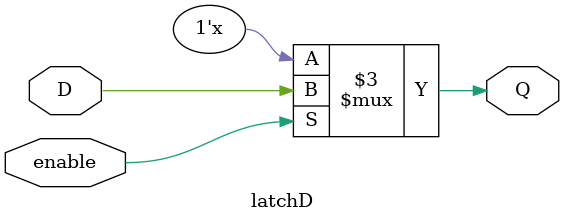
<source format=v>

module latchD(input enable, D, output reg Q);
  always @(D or enable)
    if (enable)
      Q = D;
endmodule

</source>
